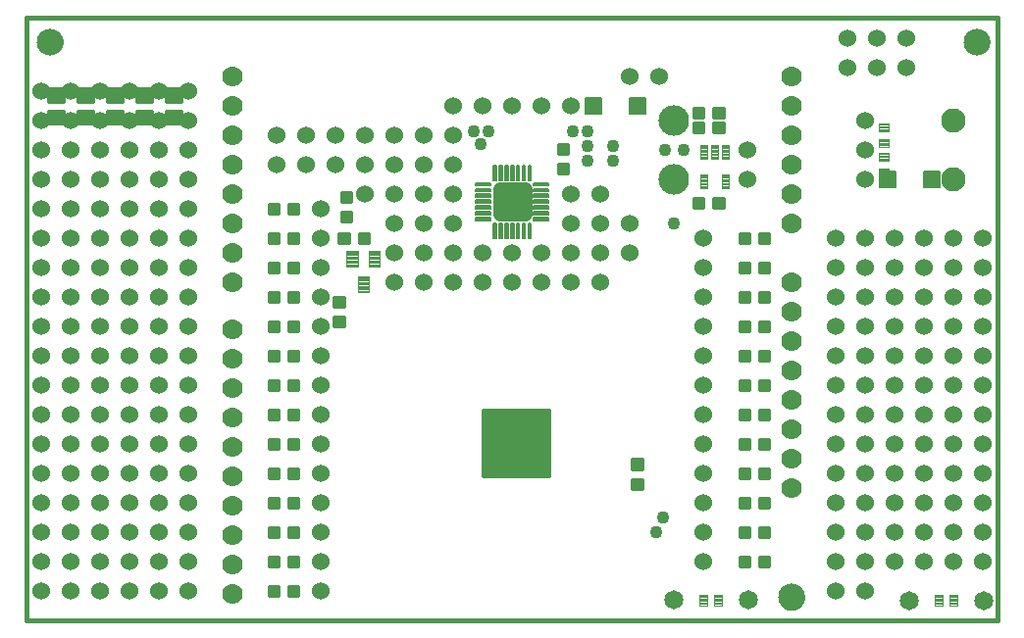
<source format=gbs>
G75*
%MOMM*%
%OFA0B0*%
%FSLAX33Y33*%
%IPPOS*%
%LPD*%
%AMOC8*
5,1,8,0,0,1.08239X$1,22.5*
%
%ADD10C,0.406*%
%ADD11C,0.000*%
%ADD12C,2.302*%
%ADD13C,0.254*%
%ADD14C,0.330*%
%ADD15C,1.524*%
%ADD16C,0.110*%
%ADD17C,0.118*%
%ADD18C,1.778*%
%ADD19C,2.102*%
%ADD20C,0.150*%
%ADD21C,0.120*%
%ADD22C,0.420*%
%ADD23C,2.642*%
%ADD24C,0.144*%
%ADD25C,1.089*%
%ADD26C,1.642*%
%ADD27C,1.102*%
%ADD28C,1.502*%
D10*
X10601Y44154D02*
X10601Y96214D01*
X94421Y96224D01*
X94421Y44154D01*
X10601Y44154D01*
D11*
X11501Y94154D02*
X11503Y94220D01*
X11509Y94285D01*
X11519Y94350D01*
X11532Y94415D01*
X11550Y94478D01*
X11571Y94541D01*
X11596Y94601D01*
X11625Y94661D01*
X11657Y94718D01*
X11692Y94774D01*
X11731Y94827D01*
X11773Y94878D01*
X11817Y94926D01*
X11865Y94971D01*
X11915Y95014D01*
X11968Y95053D01*
X12023Y95090D01*
X12080Y95123D01*
X12139Y95152D01*
X12199Y95178D01*
X12261Y95200D01*
X12324Y95219D01*
X12388Y95233D01*
X12453Y95244D01*
X12519Y95251D01*
X12585Y95254D01*
X12650Y95253D01*
X12716Y95248D01*
X12781Y95239D01*
X12846Y95226D01*
X12909Y95210D01*
X12972Y95190D01*
X13033Y95165D01*
X13093Y95138D01*
X13151Y95107D01*
X13207Y95072D01*
X13261Y95034D01*
X13312Y94993D01*
X13361Y94949D01*
X13407Y94902D01*
X13451Y94853D01*
X13491Y94801D01*
X13528Y94746D01*
X13562Y94690D01*
X13592Y94631D01*
X13619Y94571D01*
X13642Y94510D01*
X13661Y94447D01*
X13677Y94383D01*
X13689Y94318D01*
X13697Y94253D01*
X13701Y94187D01*
X13701Y94121D01*
X13697Y94055D01*
X13689Y93990D01*
X13677Y93925D01*
X13661Y93861D01*
X13642Y93798D01*
X13619Y93737D01*
X13592Y93677D01*
X13562Y93618D01*
X13528Y93562D01*
X13491Y93507D01*
X13451Y93455D01*
X13407Y93406D01*
X13361Y93359D01*
X13312Y93315D01*
X13261Y93274D01*
X13207Y93236D01*
X13151Y93201D01*
X13093Y93170D01*
X13033Y93143D01*
X12972Y93118D01*
X12909Y93098D01*
X12846Y93082D01*
X12781Y93069D01*
X12716Y93060D01*
X12650Y93055D01*
X12585Y93054D01*
X12519Y93057D01*
X12453Y93064D01*
X12388Y93075D01*
X12324Y93089D01*
X12261Y93108D01*
X12199Y93130D01*
X12139Y93156D01*
X12080Y93185D01*
X12023Y93218D01*
X11968Y93255D01*
X11915Y93294D01*
X11865Y93337D01*
X11817Y93382D01*
X11773Y93430D01*
X11731Y93481D01*
X11692Y93534D01*
X11657Y93590D01*
X11625Y93647D01*
X11596Y93707D01*
X11571Y93767D01*
X11550Y93830D01*
X11532Y93893D01*
X11519Y93958D01*
X11509Y94023D01*
X11503Y94088D01*
X11501Y94154D01*
X75501Y46154D02*
X75503Y46220D01*
X75509Y46285D01*
X75519Y46350D01*
X75532Y46415D01*
X75550Y46478D01*
X75571Y46541D01*
X75596Y46601D01*
X75625Y46661D01*
X75657Y46718D01*
X75692Y46774D01*
X75731Y46827D01*
X75773Y46878D01*
X75817Y46926D01*
X75865Y46971D01*
X75915Y47014D01*
X75968Y47053D01*
X76023Y47090D01*
X76080Y47123D01*
X76139Y47152D01*
X76199Y47178D01*
X76261Y47200D01*
X76324Y47219D01*
X76388Y47233D01*
X76453Y47244D01*
X76519Y47251D01*
X76585Y47254D01*
X76650Y47253D01*
X76716Y47248D01*
X76781Y47239D01*
X76846Y47226D01*
X76909Y47210D01*
X76972Y47190D01*
X77033Y47165D01*
X77093Y47138D01*
X77151Y47107D01*
X77207Y47072D01*
X77261Y47034D01*
X77312Y46993D01*
X77361Y46949D01*
X77407Y46902D01*
X77451Y46853D01*
X77491Y46801D01*
X77528Y46746D01*
X77562Y46690D01*
X77592Y46631D01*
X77619Y46571D01*
X77642Y46510D01*
X77661Y46447D01*
X77677Y46383D01*
X77689Y46318D01*
X77697Y46253D01*
X77701Y46187D01*
X77701Y46121D01*
X77697Y46055D01*
X77689Y45990D01*
X77677Y45925D01*
X77661Y45861D01*
X77642Y45798D01*
X77619Y45737D01*
X77592Y45677D01*
X77562Y45618D01*
X77528Y45562D01*
X77491Y45507D01*
X77451Y45455D01*
X77407Y45406D01*
X77361Y45359D01*
X77312Y45315D01*
X77261Y45274D01*
X77207Y45236D01*
X77151Y45201D01*
X77093Y45170D01*
X77033Y45143D01*
X76972Y45118D01*
X76909Y45098D01*
X76846Y45082D01*
X76781Y45069D01*
X76716Y45060D01*
X76650Y45055D01*
X76585Y45054D01*
X76519Y45057D01*
X76453Y45064D01*
X76388Y45075D01*
X76324Y45089D01*
X76261Y45108D01*
X76199Y45130D01*
X76139Y45156D01*
X76080Y45185D01*
X76023Y45218D01*
X75968Y45255D01*
X75915Y45294D01*
X75865Y45337D01*
X75817Y45382D01*
X75773Y45430D01*
X75731Y45481D01*
X75692Y45534D01*
X75657Y45590D01*
X75625Y45647D01*
X75596Y45707D01*
X75571Y45767D01*
X75550Y45830D01*
X75532Y45893D01*
X75519Y45958D01*
X75509Y46023D01*
X75503Y46088D01*
X75501Y46154D01*
X91501Y94154D02*
X91503Y94220D01*
X91509Y94285D01*
X91519Y94350D01*
X91532Y94415D01*
X91550Y94478D01*
X91571Y94541D01*
X91596Y94601D01*
X91625Y94661D01*
X91657Y94718D01*
X91692Y94774D01*
X91731Y94827D01*
X91773Y94878D01*
X91817Y94926D01*
X91865Y94971D01*
X91915Y95014D01*
X91968Y95053D01*
X92023Y95090D01*
X92080Y95123D01*
X92139Y95152D01*
X92199Y95178D01*
X92261Y95200D01*
X92324Y95219D01*
X92388Y95233D01*
X92453Y95244D01*
X92519Y95251D01*
X92585Y95254D01*
X92650Y95253D01*
X92716Y95248D01*
X92781Y95239D01*
X92846Y95226D01*
X92909Y95210D01*
X92972Y95190D01*
X93033Y95165D01*
X93093Y95138D01*
X93151Y95107D01*
X93207Y95072D01*
X93261Y95034D01*
X93312Y94993D01*
X93361Y94949D01*
X93407Y94902D01*
X93451Y94853D01*
X93491Y94801D01*
X93528Y94746D01*
X93562Y94690D01*
X93592Y94631D01*
X93619Y94571D01*
X93642Y94510D01*
X93661Y94447D01*
X93677Y94383D01*
X93689Y94318D01*
X93697Y94253D01*
X93701Y94187D01*
X93701Y94121D01*
X93697Y94055D01*
X93689Y93990D01*
X93677Y93925D01*
X93661Y93861D01*
X93642Y93798D01*
X93619Y93737D01*
X93592Y93677D01*
X93562Y93618D01*
X93528Y93562D01*
X93491Y93507D01*
X93451Y93455D01*
X93407Y93406D01*
X93361Y93359D01*
X93312Y93315D01*
X93261Y93274D01*
X93207Y93236D01*
X93151Y93201D01*
X93093Y93170D01*
X93033Y93143D01*
X92972Y93118D01*
X92909Y93098D01*
X92846Y93082D01*
X92781Y93069D01*
X92716Y93060D01*
X92650Y93055D01*
X92585Y93054D01*
X92519Y93057D01*
X92453Y93064D01*
X92388Y93075D01*
X92324Y93089D01*
X92261Y93108D01*
X92199Y93130D01*
X92139Y93156D01*
X92080Y93185D01*
X92023Y93218D01*
X91968Y93255D01*
X91915Y93294D01*
X91865Y93337D01*
X91817Y93382D01*
X91773Y93430D01*
X91731Y93481D01*
X91692Y93534D01*
X91657Y93590D01*
X91625Y93647D01*
X91596Y93707D01*
X91571Y93767D01*
X91550Y93830D01*
X91532Y93893D01*
X91519Y93958D01*
X91509Y94023D01*
X91503Y94088D01*
X91501Y94154D01*
D12*
X92601Y94154D03*
X76601Y46154D03*
X12601Y94154D03*
D13*
X49971Y62331D02*
X55686Y62331D01*
X55686Y56616D01*
X49971Y56616D01*
X49971Y62331D01*
X49971Y62081D02*
X55686Y62081D01*
X55686Y61829D02*
X49971Y61829D01*
X49971Y61576D02*
X55686Y61576D01*
X55686Y61324D02*
X49971Y61324D01*
X49971Y61071D02*
X55686Y61071D01*
X55686Y60819D02*
X49971Y60819D01*
X49971Y60566D02*
X55686Y60566D01*
X55686Y60314D02*
X49971Y60314D01*
X49971Y60061D02*
X55686Y60061D01*
X55686Y59809D02*
X49971Y59809D01*
X49971Y59556D02*
X55686Y59556D01*
X55686Y59304D02*
X49971Y59304D01*
X49971Y59051D02*
X55686Y59051D01*
X55686Y58799D02*
X49971Y58799D01*
X49971Y58546D02*
X55686Y58546D01*
X55686Y58294D02*
X49971Y58294D01*
X49971Y58041D02*
X55686Y58041D01*
X55686Y57789D02*
X49971Y57789D01*
X49971Y57536D02*
X55686Y57536D01*
X55686Y57284D02*
X49971Y57284D01*
X49971Y57031D02*
X55686Y57031D01*
X55686Y56779D02*
X49971Y56779D01*
D14*
X63707Y57235D02*
X63707Y58007D01*
X63707Y57235D02*
X62935Y57235D01*
X62935Y58007D01*
X63707Y58007D01*
X63707Y57564D02*
X62935Y57564D01*
X62935Y57893D02*
X63707Y57893D01*
X63707Y56307D02*
X63707Y55535D01*
X62935Y55535D01*
X62935Y56307D01*
X63707Y56307D01*
X63707Y55864D02*
X62935Y55864D01*
X62935Y56193D02*
X63707Y56193D01*
X72230Y57240D02*
X73002Y57240D01*
X73002Y56468D01*
X72230Y56468D01*
X72230Y57240D01*
X72230Y56797D02*
X73002Y56797D01*
X73002Y57126D02*
X72230Y57126D01*
X73930Y57240D02*
X74702Y57240D01*
X74702Y56468D01*
X73930Y56468D01*
X73930Y57240D01*
X73930Y56797D02*
X74702Y56797D01*
X74702Y57126D02*
X73930Y57126D01*
X73930Y54700D02*
X74702Y54700D01*
X74702Y53928D01*
X73930Y53928D01*
X73930Y54700D01*
X73930Y54257D02*
X74702Y54257D01*
X74702Y54586D02*
X73930Y54586D01*
X73002Y54700D02*
X72230Y54700D01*
X73002Y54700D02*
X73002Y53928D01*
X72230Y53928D01*
X72230Y54700D01*
X72230Y54257D02*
X73002Y54257D01*
X73002Y54586D02*
X72230Y54586D01*
X72230Y52160D02*
X73002Y52160D01*
X73002Y51388D01*
X72230Y51388D01*
X72230Y52160D01*
X72230Y51717D02*
X73002Y51717D01*
X73002Y52046D02*
X72230Y52046D01*
X73930Y52160D02*
X74702Y52160D01*
X74702Y51388D01*
X73930Y51388D01*
X73930Y52160D01*
X73930Y51717D02*
X74702Y51717D01*
X74702Y52046D02*
X73930Y52046D01*
X73930Y49620D02*
X74702Y49620D01*
X74702Y48848D01*
X73930Y48848D01*
X73930Y49620D01*
X73930Y49177D02*
X74702Y49177D01*
X74702Y49506D02*
X73930Y49506D01*
X73002Y49620D02*
X72230Y49620D01*
X73002Y49620D02*
X73002Y48848D01*
X72230Y48848D01*
X72230Y49620D01*
X72230Y49177D02*
X73002Y49177D01*
X73002Y49506D02*
X72230Y49506D01*
X72230Y59780D02*
X73002Y59780D01*
X73002Y59008D01*
X72230Y59008D01*
X72230Y59780D01*
X72230Y59337D02*
X73002Y59337D01*
X73002Y59666D02*
X72230Y59666D01*
X73930Y59780D02*
X74702Y59780D01*
X74702Y59008D01*
X73930Y59008D01*
X73930Y59780D01*
X73930Y59337D02*
X74702Y59337D01*
X74702Y59666D02*
X73930Y59666D01*
X73930Y62320D02*
X74702Y62320D01*
X74702Y61548D01*
X73930Y61548D01*
X73930Y62320D01*
X73930Y61877D02*
X74702Y61877D01*
X74702Y62206D02*
X73930Y62206D01*
X73002Y62320D02*
X72230Y62320D01*
X73002Y62320D02*
X73002Y61548D01*
X72230Y61548D01*
X72230Y62320D01*
X72230Y61877D02*
X73002Y61877D01*
X73002Y62206D02*
X72230Y62206D01*
X72230Y64860D02*
X73002Y64860D01*
X73002Y64088D01*
X72230Y64088D01*
X72230Y64860D01*
X72230Y64417D02*
X73002Y64417D01*
X73002Y64746D02*
X72230Y64746D01*
X73930Y64860D02*
X74702Y64860D01*
X74702Y64088D01*
X73930Y64088D01*
X73930Y64860D01*
X73930Y64417D02*
X74702Y64417D01*
X74702Y64746D02*
X73930Y64746D01*
X73930Y67400D02*
X74702Y67400D01*
X74702Y66628D01*
X73930Y66628D01*
X73930Y67400D01*
X73930Y66957D02*
X74702Y66957D01*
X74702Y67286D02*
X73930Y67286D01*
X73002Y67400D02*
X72230Y67400D01*
X73002Y67400D02*
X73002Y66628D01*
X72230Y66628D01*
X72230Y67400D01*
X72230Y66957D02*
X73002Y66957D01*
X73002Y67286D02*
X72230Y67286D01*
X72230Y69940D02*
X73002Y69940D01*
X73002Y69168D01*
X72230Y69168D01*
X72230Y69940D01*
X72230Y69497D02*
X73002Y69497D01*
X73002Y69826D02*
X72230Y69826D01*
X73930Y69940D02*
X74702Y69940D01*
X74702Y69168D01*
X73930Y69168D01*
X73930Y69940D01*
X73930Y69497D02*
X74702Y69497D01*
X74702Y69826D02*
X73930Y69826D01*
X73930Y72480D02*
X74702Y72480D01*
X74702Y71708D01*
X73930Y71708D01*
X73930Y72480D01*
X73930Y72037D02*
X74702Y72037D01*
X74702Y72366D02*
X73930Y72366D01*
X73002Y72480D02*
X72230Y72480D01*
X73002Y72480D02*
X73002Y71708D01*
X72230Y71708D01*
X72230Y72480D01*
X72230Y72037D02*
X73002Y72037D01*
X73002Y72366D02*
X72230Y72366D01*
X72230Y75020D02*
X73002Y75020D01*
X73002Y74248D01*
X72230Y74248D01*
X72230Y75020D01*
X72230Y74577D02*
X73002Y74577D01*
X73002Y74906D02*
X72230Y74906D01*
X73930Y75020D02*
X74702Y75020D01*
X74702Y74248D01*
X73930Y74248D01*
X73930Y75020D01*
X73930Y74577D02*
X74702Y74577D01*
X74702Y74906D02*
X73930Y74906D01*
X73930Y77560D02*
X74702Y77560D01*
X74702Y76788D01*
X73930Y76788D01*
X73930Y77560D01*
X73930Y77117D02*
X74702Y77117D01*
X74702Y77446D02*
X73930Y77446D01*
X73002Y77560D02*
X72230Y77560D01*
X73002Y77560D02*
X73002Y76788D01*
X72230Y76788D01*
X72230Y77560D01*
X72230Y77117D02*
X73002Y77117D01*
X73002Y77446D02*
X72230Y77446D01*
X70734Y79804D02*
X69962Y79804D01*
X69962Y80576D01*
X70734Y80576D01*
X70734Y79804D01*
X70734Y80133D02*
X69962Y80133D01*
X69962Y80462D02*
X70734Y80462D01*
X69034Y79804D02*
X68262Y79804D01*
X68262Y80576D01*
X69034Y80576D01*
X69034Y79804D01*
X69034Y80133D02*
X68262Y80133D01*
X68262Y80462D02*
X69034Y80462D01*
X69034Y86313D02*
X68262Y86313D01*
X68262Y87085D01*
X69034Y87085D01*
X69034Y86313D01*
X69034Y86642D02*
X68262Y86642D01*
X68262Y86971D02*
X69034Y86971D01*
X69034Y87583D02*
X68262Y87583D01*
X68262Y88355D01*
X69034Y88355D01*
X69034Y87583D01*
X69034Y87912D02*
X68262Y87912D01*
X68262Y88241D02*
X69034Y88241D01*
X69962Y87583D02*
X70734Y87583D01*
X69962Y87583D02*
X69962Y88355D01*
X70734Y88355D01*
X70734Y87583D01*
X70734Y87912D02*
X69962Y87912D01*
X69962Y88241D02*
X70734Y88241D01*
X70734Y86313D02*
X69962Y86313D01*
X69962Y87085D01*
X70734Y87085D01*
X70734Y86313D01*
X70734Y86642D02*
X69962Y86642D01*
X69962Y86971D02*
X70734Y86971D01*
X57342Y85236D02*
X57342Y84464D01*
X56570Y84464D01*
X56570Y85236D01*
X57342Y85236D01*
X57342Y84793D02*
X56570Y84793D01*
X56570Y85122D02*
X57342Y85122D01*
X57342Y83536D02*
X57342Y82764D01*
X56570Y82764D01*
X56570Y83536D01*
X57342Y83536D01*
X57342Y83093D02*
X56570Y83093D01*
X56570Y83422D02*
X57342Y83422D01*
X40095Y77560D02*
X39323Y77560D01*
X40095Y77560D02*
X40095Y76788D01*
X39323Y76788D01*
X39323Y77560D01*
X39323Y77117D02*
X40095Y77117D01*
X40095Y77446D02*
X39323Y77446D01*
X38395Y77560D02*
X37623Y77560D01*
X38395Y77560D02*
X38395Y76788D01*
X37623Y76788D01*
X37623Y77560D01*
X37623Y77117D02*
X38395Y77117D01*
X38395Y77446D02*
X37623Y77446D01*
X37838Y78636D02*
X37838Y79408D01*
X38610Y79408D01*
X38610Y78636D01*
X37838Y78636D01*
X37838Y78965D02*
X38610Y78965D01*
X38610Y79294D02*
X37838Y79294D01*
X37838Y80336D02*
X37838Y81108D01*
X38610Y81108D01*
X38610Y80336D01*
X37838Y80336D01*
X37838Y80665D02*
X38610Y80665D01*
X38610Y80994D02*
X37838Y80994D01*
X34062Y79328D02*
X33290Y79328D01*
X33290Y80100D01*
X34062Y80100D01*
X34062Y79328D01*
X34062Y79657D02*
X33290Y79657D01*
X33290Y79986D02*
X34062Y79986D01*
X32362Y79328D02*
X31590Y79328D01*
X31590Y80100D01*
X32362Y80100D01*
X32362Y79328D01*
X32362Y79657D02*
X31590Y79657D01*
X31590Y79986D02*
X32362Y79986D01*
X32362Y76788D02*
X31590Y76788D01*
X31590Y77560D01*
X32362Y77560D01*
X32362Y76788D01*
X32362Y77117D02*
X31590Y77117D01*
X31590Y77446D02*
X32362Y77446D01*
X33290Y76788D02*
X34062Y76788D01*
X33290Y76788D02*
X33290Y77560D01*
X34062Y77560D01*
X34062Y76788D01*
X34062Y77117D02*
X33290Y77117D01*
X33290Y77446D02*
X34062Y77446D01*
X34062Y74248D02*
X33290Y74248D01*
X33290Y75020D01*
X34062Y75020D01*
X34062Y74248D01*
X34062Y74577D02*
X33290Y74577D01*
X33290Y74906D02*
X34062Y74906D01*
X32362Y74248D02*
X31590Y74248D01*
X31590Y75020D01*
X32362Y75020D01*
X32362Y74248D01*
X32362Y74577D02*
X31590Y74577D01*
X31590Y74906D02*
X32362Y74906D01*
X32362Y71708D02*
X31590Y71708D01*
X31590Y72480D01*
X32362Y72480D01*
X32362Y71708D01*
X32362Y72037D02*
X31590Y72037D01*
X31590Y72366D02*
X32362Y72366D01*
X33290Y71708D02*
X34062Y71708D01*
X33290Y71708D02*
X33290Y72480D01*
X34062Y72480D01*
X34062Y71708D01*
X34062Y72037D02*
X33290Y72037D01*
X33290Y72366D02*
X34062Y72366D01*
X34062Y69168D02*
X33290Y69168D01*
X33290Y69940D01*
X34062Y69940D01*
X34062Y69168D01*
X34062Y69497D02*
X33290Y69497D01*
X33290Y69826D02*
X34062Y69826D01*
X32362Y69168D02*
X31590Y69168D01*
X31590Y69940D01*
X32362Y69940D01*
X32362Y69168D01*
X32362Y69497D02*
X31590Y69497D01*
X31590Y69826D02*
X32362Y69826D01*
X32362Y66628D02*
X31590Y66628D01*
X31590Y67400D01*
X32362Y67400D01*
X32362Y66628D01*
X32362Y66957D02*
X31590Y66957D01*
X31590Y67286D02*
X32362Y67286D01*
X33290Y66628D02*
X34062Y66628D01*
X33290Y66628D02*
X33290Y67400D01*
X34062Y67400D01*
X34062Y66628D01*
X34062Y66957D02*
X33290Y66957D01*
X33290Y67286D02*
X34062Y67286D01*
X34062Y64088D02*
X33290Y64088D01*
X33290Y64860D01*
X34062Y64860D01*
X34062Y64088D01*
X34062Y64417D02*
X33290Y64417D01*
X33290Y64746D02*
X34062Y64746D01*
X32362Y64088D02*
X31590Y64088D01*
X31590Y64860D01*
X32362Y64860D01*
X32362Y64088D01*
X32362Y64417D02*
X31590Y64417D01*
X31590Y64746D02*
X32362Y64746D01*
X32362Y61548D02*
X31590Y61548D01*
X31590Y62320D01*
X32362Y62320D01*
X32362Y61548D01*
X32362Y61877D02*
X31590Y61877D01*
X31590Y62206D02*
X32362Y62206D01*
X33290Y61548D02*
X34062Y61548D01*
X33290Y61548D02*
X33290Y62320D01*
X34062Y62320D01*
X34062Y61548D01*
X34062Y61877D02*
X33290Y61877D01*
X33290Y62206D02*
X34062Y62206D01*
X34062Y59008D02*
X33290Y59008D01*
X33290Y59780D01*
X34062Y59780D01*
X34062Y59008D01*
X34062Y59337D02*
X33290Y59337D01*
X33290Y59666D02*
X34062Y59666D01*
X32362Y59008D02*
X31590Y59008D01*
X31590Y59780D01*
X32362Y59780D01*
X32362Y59008D01*
X32362Y59337D02*
X31590Y59337D01*
X31590Y59666D02*
X32362Y59666D01*
X32362Y56468D02*
X31590Y56468D01*
X31590Y57240D01*
X32362Y57240D01*
X32362Y56468D01*
X32362Y56797D02*
X31590Y56797D01*
X31590Y57126D02*
X32362Y57126D01*
X33290Y56468D02*
X34062Y56468D01*
X33290Y56468D02*
X33290Y57240D01*
X34062Y57240D01*
X34062Y56468D01*
X34062Y56797D02*
X33290Y56797D01*
X33290Y57126D02*
X34062Y57126D01*
X34062Y53928D02*
X33290Y53928D01*
X33290Y54700D01*
X34062Y54700D01*
X34062Y53928D01*
X34062Y54257D02*
X33290Y54257D01*
X33290Y54586D02*
X34062Y54586D01*
X32362Y53928D02*
X31590Y53928D01*
X31590Y54700D01*
X32362Y54700D01*
X32362Y53928D01*
X32362Y54257D02*
X31590Y54257D01*
X31590Y54586D02*
X32362Y54586D01*
X32362Y51388D02*
X31590Y51388D01*
X31590Y52160D01*
X32362Y52160D01*
X32362Y51388D01*
X32362Y51717D02*
X31590Y51717D01*
X31590Y52046D02*
X32362Y52046D01*
X33290Y51388D02*
X34062Y51388D01*
X33290Y51388D02*
X33290Y52160D01*
X34062Y52160D01*
X34062Y51388D01*
X34062Y51717D02*
X33290Y51717D01*
X33290Y52046D02*
X34062Y52046D01*
X34062Y48848D02*
X33290Y48848D01*
X33290Y49620D01*
X34062Y49620D01*
X34062Y48848D01*
X34062Y49177D02*
X33290Y49177D01*
X33290Y49506D02*
X34062Y49506D01*
X32362Y48848D02*
X31590Y48848D01*
X31590Y49620D01*
X32362Y49620D01*
X32362Y48848D01*
X32362Y49177D02*
X31590Y49177D01*
X31590Y49506D02*
X32362Y49506D01*
X32362Y46308D02*
X31590Y46308D01*
X31590Y47080D01*
X32362Y47080D01*
X32362Y46308D01*
X32362Y46637D02*
X31590Y46637D01*
X31590Y46966D02*
X32362Y46966D01*
X33290Y46308D02*
X34062Y46308D01*
X33290Y46308D02*
X33290Y47080D01*
X34062Y47080D01*
X34062Y46308D01*
X34062Y46637D02*
X33290Y46637D01*
X33290Y46966D02*
X34062Y46966D01*
X37203Y69588D02*
X37203Y70360D01*
X37975Y70360D01*
X37975Y69588D01*
X37203Y69588D01*
X37203Y69917D02*
X37975Y69917D01*
X37975Y70246D02*
X37203Y70246D01*
X37203Y71288D02*
X37203Y72060D01*
X37975Y72060D01*
X37975Y71288D01*
X37203Y71288D01*
X37203Y71617D02*
X37975Y71617D01*
X37975Y71946D02*
X37203Y71946D01*
D15*
X36001Y72094D03*
X36001Y69554D03*
X36001Y67014D03*
X36001Y64474D03*
X36001Y61934D03*
X36001Y59394D03*
X36001Y56854D03*
X36001Y54314D03*
X36001Y51774D03*
X36001Y49234D03*
X36001Y46694D03*
X24571Y46694D03*
X22031Y46694D03*
X19491Y46694D03*
X16951Y46694D03*
X14411Y46694D03*
X11871Y46694D03*
X11871Y49234D03*
X11871Y51774D03*
X14411Y51774D03*
X14411Y49234D03*
X16951Y49234D03*
X16951Y51774D03*
X16951Y54314D03*
X14411Y54314D03*
X11871Y54314D03*
X11871Y56854D03*
X14411Y56854D03*
X16951Y56854D03*
X16951Y59394D03*
X14411Y59394D03*
X11871Y59394D03*
X11871Y61934D03*
X14411Y61934D03*
X16951Y61934D03*
X16951Y64474D03*
X14411Y64474D03*
X11871Y64474D03*
X11871Y67014D03*
X14411Y67014D03*
X16951Y67014D03*
X16951Y69554D03*
X14411Y69554D03*
X11871Y69554D03*
X11871Y72094D03*
X14411Y72094D03*
X16951Y72094D03*
X16951Y74634D03*
X14411Y74634D03*
X11871Y74634D03*
X11871Y77174D03*
X14411Y77174D03*
X16951Y77174D03*
X16951Y79714D03*
X14411Y79714D03*
X11871Y79714D03*
X11871Y82254D03*
X14411Y82254D03*
X16951Y82254D03*
X16951Y84794D03*
X14411Y84794D03*
X11871Y84794D03*
X11871Y87334D03*
X14411Y87334D03*
X16951Y87334D03*
X16951Y89874D03*
X14411Y89874D03*
X11871Y89874D03*
X19491Y89874D03*
X22031Y89874D03*
X24571Y89874D03*
X24571Y87334D03*
X22031Y87334D03*
X19491Y87334D03*
X19491Y84794D03*
X22031Y84794D03*
X24571Y84794D03*
X24571Y82254D03*
X22031Y82254D03*
X19491Y82254D03*
X19491Y79714D03*
X22031Y79714D03*
X24571Y79714D03*
X24571Y77174D03*
X22031Y77174D03*
X19491Y77174D03*
X19491Y74634D03*
X22031Y74634D03*
X24571Y74634D03*
X24571Y72094D03*
X22031Y72094D03*
X19491Y72094D03*
X19491Y69554D03*
X22031Y69554D03*
X24571Y69554D03*
X24571Y67014D03*
X22031Y67014D03*
X19491Y67014D03*
X19491Y64474D03*
X22031Y64474D03*
X24571Y64474D03*
X24571Y61934D03*
X22031Y61934D03*
X19491Y61934D03*
X19491Y59394D03*
X22031Y59394D03*
X24571Y59394D03*
X24571Y56854D03*
X22031Y56854D03*
X19491Y56854D03*
X19491Y54314D03*
X22031Y54314D03*
X24571Y54314D03*
X24571Y51774D03*
X22031Y51774D03*
X19491Y51774D03*
X19491Y49234D03*
X22031Y49234D03*
X24571Y49234D03*
X42351Y73364D03*
X44891Y73364D03*
X44891Y75904D03*
X42351Y75904D03*
X42351Y78444D03*
X44891Y78444D03*
X44891Y80984D03*
X42351Y80984D03*
X39811Y80984D03*
X39811Y83524D03*
X42351Y83524D03*
X44891Y83524D03*
X44891Y86064D03*
X42351Y86064D03*
X39811Y86064D03*
X37271Y86064D03*
X34731Y86064D03*
X32191Y86064D03*
X32191Y83524D03*
X34731Y83524D03*
X37271Y83524D03*
X36001Y79714D03*
X36001Y77174D03*
X36001Y74634D03*
X47431Y75904D03*
X47431Y78444D03*
X49971Y75904D03*
X52511Y75904D03*
X52511Y73364D03*
X49971Y73364D03*
X47431Y73364D03*
X55051Y73364D03*
X57591Y73364D03*
X60131Y73364D03*
X60131Y75904D03*
X57591Y75904D03*
X55051Y75904D03*
X57591Y78444D03*
X60131Y78444D03*
X60131Y80984D03*
X57591Y80984D03*
X62671Y78444D03*
X62671Y75904D03*
X69021Y77174D03*
X69021Y74634D03*
X69021Y72094D03*
X69021Y69554D03*
X69021Y67014D03*
X69021Y64474D03*
X69021Y61934D03*
X69021Y59394D03*
X69021Y56854D03*
X69021Y54314D03*
X69021Y51774D03*
X69021Y49234D03*
X80451Y49234D03*
X80451Y51774D03*
X80451Y54314D03*
X80451Y56854D03*
X80451Y59394D03*
X80451Y61934D03*
X80451Y64474D03*
X80451Y67014D03*
X80451Y69554D03*
X80451Y72094D03*
X80451Y74634D03*
X80451Y77174D03*
X82991Y77174D03*
X82991Y74634D03*
X85531Y74634D03*
X85531Y77174D03*
X88071Y77174D03*
X88071Y74634D03*
X88071Y72094D03*
X85531Y72094D03*
X82991Y72094D03*
X82991Y69554D03*
X85531Y69554D03*
X88071Y69554D03*
X88071Y67014D03*
X85531Y67014D03*
X82991Y67014D03*
X82991Y64474D03*
X85531Y64474D03*
X88071Y64474D03*
X88071Y61934D03*
X85531Y61934D03*
X82991Y61934D03*
X82991Y59394D03*
X85531Y59394D03*
X88071Y59394D03*
X88071Y56854D03*
X85531Y56854D03*
X82991Y56854D03*
X82991Y54314D03*
X85531Y54314D03*
X88071Y54314D03*
X88071Y51774D03*
X85531Y51774D03*
X82991Y51774D03*
X82991Y49234D03*
X85531Y49234D03*
X88071Y49234D03*
X90611Y49234D03*
X90611Y51774D03*
X93151Y51774D03*
X93151Y49234D03*
X93151Y54314D03*
X90611Y54314D03*
X90611Y56854D03*
X93151Y56854D03*
X93151Y59394D03*
X90611Y59394D03*
X90611Y61934D03*
X93151Y61934D03*
X93151Y64474D03*
X90611Y64474D03*
X90611Y67014D03*
X93151Y67014D03*
X93151Y69554D03*
X90611Y69554D03*
X90611Y72094D03*
X93151Y72094D03*
X93151Y74634D03*
X90611Y74634D03*
X90611Y77174D03*
X93151Y77174D03*
X82991Y82254D03*
X82991Y84794D03*
X82991Y87334D03*
X83944Y91937D03*
X86484Y91937D03*
X86484Y94477D03*
X83944Y94477D03*
X81404Y94477D03*
X81404Y91937D03*
X72831Y84794D03*
X72831Y82254D03*
X65211Y91144D03*
X62671Y91144D03*
X57591Y88604D03*
X55051Y88604D03*
X52511Y88604D03*
X49971Y88604D03*
X47431Y88604D03*
X47431Y86064D03*
X47431Y83524D03*
X47431Y80984D03*
X80451Y46694D03*
X82991Y46694D03*
D16*
X41099Y74720D02*
X40107Y74720D01*
X40107Y76112D01*
X41099Y76112D01*
X41099Y74720D01*
X41099Y74829D02*
X40107Y74829D01*
X40107Y74938D02*
X41099Y74938D01*
X41099Y75047D02*
X40107Y75047D01*
X40107Y75156D02*
X41099Y75156D01*
X41099Y75265D02*
X40107Y75265D01*
X40107Y75374D02*
X41099Y75374D01*
X41099Y75483D02*
X40107Y75483D01*
X40107Y75592D02*
X41099Y75592D01*
X41099Y75701D02*
X40107Y75701D01*
X40107Y75810D02*
X41099Y75810D01*
X41099Y75919D02*
X40107Y75919D01*
X40107Y76028D02*
X41099Y76028D01*
X39199Y74720D02*
X38207Y74720D01*
X38207Y76112D01*
X39199Y76112D01*
X39199Y74720D01*
X39199Y74829D02*
X38207Y74829D01*
X38207Y74938D02*
X39199Y74938D01*
X39199Y75047D02*
X38207Y75047D01*
X38207Y75156D02*
X39199Y75156D01*
X39199Y75265D02*
X38207Y75265D01*
X38207Y75374D02*
X39199Y75374D01*
X39199Y75483D02*
X38207Y75483D01*
X38207Y75592D02*
X39199Y75592D01*
X39199Y75701D02*
X38207Y75701D01*
X38207Y75810D02*
X39199Y75810D01*
X39199Y75919D02*
X38207Y75919D01*
X38207Y76028D02*
X39199Y76028D01*
X39157Y72520D02*
X40149Y72520D01*
X39157Y72520D02*
X39157Y73912D01*
X40149Y73912D01*
X40149Y72520D01*
X40149Y72629D02*
X39157Y72629D01*
X39157Y72738D02*
X40149Y72738D01*
X40149Y72847D02*
X39157Y72847D01*
X39157Y72956D02*
X40149Y72956D01*
X40149Y73065D02*
X39157Y73065D01*
X39157Y73174D02*
X40149Y73174D01*
X40149Y73283D02*
X39157Y73283D01*
X39157Y73392D02*
X40149Y73392D01*
X40149Y73501D02*
X39157Y73501D01*
X39157Y73610D02*
X40149Y73610D01*
X40149Y73719D02*
X39157Y73719D01*
X39157Y73828D02*
X40149Y73828D01*
D17*
X69333Y81468D02*
X69333Y82722D01*
X69333Y81468D02*
X68715Y81468D01*
X68715Y82722D01*
X69333Y82722D01*
X69333Y81585D02*
X68715Y81585D01*
X68715Y81702D02*
X69333Y81702D01*
X69333Y81819D02*
X68715Y81819D01*
X68715Y81936D02*
X69333Y81936D01*
X69333Y82053D02*
X68715Y82053D01*
X68715Y82170D02*
X69333Y82170D01*
X69333Y82287D02*
X68715Y82287D01*
X68715Y82404D02*
X69333Y82404D01*
X69333Y82521D02*
X68715Y82521D01*
X68715Y82638D02*
X69333Y82638D01*
X71233Y82722D02*
X71233Y81468D01*
X70615Y81468D01*
X70615Y82722D01*
X71233Y82722D01*
X71233Y81585D02*
X70615Y81585D01*
X70615Y81702D02*
X71233Y81702D01*
X71233Y81819D02*
X70615Y81819D01*
X70615Y81936D02*
X71233Y81936D01*
X71233Y82053D02*
X70615Y82053D01*
X70615Y82170D02*
X71233Y82170D01*
X71233Y82287D02*
X70615Y82287D01*
X70615Y82404D02*
X71233Y82404D01*
X71233Y82521D02*
X70615Y82521D01*
X70615Y82638D02*
X71233Y82638D01*
X70615Y84008D02*
X70615Y85262D01*
X71233Y85262D01*
X71233Y84008D01*
X70615Y84008D01*
X70615Y84125D02*
X71233Y84125D01*
X71233Y84242D02*
X70615Y84242D01*
X70615Y84359D02*
X71233Y84359D01*
X71233Y84476D02*
X70615Y84476D01*
X70615Y84593D02*
X71233Y84593D01*
X71233Y84710D02*
X70615Y84710D01*
X70615Y84827D02*
X71233Y84827D01*
X71233Y84944D02*
X70615Y84944D01*
X70615Y85061D02*
X71233Y85061D01*
X71233Y85178D02*
X70615Y85178D01*
X69665Y85262D02*
X69665Y84008D01*
X69665Y85262D02*
X70283Y85262D01*
X70283Y84008D01*
X69665Y84008D01*
X69665Y84125D02*
X70283Y84125D01*
X70283Y84242D02*
X69665Y84242D01*
X69665Y84359D02*
X70283Y84359D01*
X70283Y84476D02*
X69665Y84476D01*
X69665Y84593D02*
X70283Y84593D01*
X70283Y84710D02*
X69665Y84710D01*
X69665Y84827D02*
X70283Y84827D01*
X70283Y84944D02*
X69665Y84944D01*
X69665Y85061D02*
X70283Y85061D01*
X70283Y85178D02*
X69665Y85178D01*
X68715Y85262D02*
X68715Y84008D01*
X68715Y85262D02*
X69333Y85262D01*
X69333Y84008D01*
X68715Y84008D01*
X68715Y84125D02*
X69333Y84125D01*
X69333Y84242D02*
X68715Y84242D01*
X68715Y84359D02*
X69333Y84359D01*
X69333Y84476D02*
X68715Y84476D01*
X68715Y84593D02*
X69333Y84593D01*
X69333Y84710D02*
X68715Y84710D01*
X68715Y84827D02*
X69333Y84827D01*
X69333Y84944D02*
X68715Y84944D01*
X68715Y85061D02*
X69333Y85061D01*
X69333Y85178D02*
X68715Y85178D01*
D18*
X76641Y86064D03*
X76641Y88604D03*
X76641Y91144D03*
X76641Y83524D03*
X76641Y80984D03*
X76641Y78444D03*
X76641Y73364D03*
X76641Y70824D03*
X76641Y68284D03*
X76641Y65744D03*
X76641Y63204D03*
X76641Y60664D03*
X76641Y58124D03*
X76641Y55584D03*
X28381Y56600D03*
X28381Y59140D03*
X28381Y61680D03*
X28381Y64220D03*
X28381Y66760D03*
X28381Y69300D03*
X28381Y73364D03*
X28381Y75904D03*
X28381Y78444D03*
X28381Y80984D03*
X28381Y83524D03*
X28381Y86064D03*
X28381Y88604D03*
X28381Y91144D03*
X28381Y54060D03*
X28381Y51520D03*
X28381Y48980D03*
X28381Y46440D03*
D19*
X90586Y82233D03*
X90586Y87313D03*
D20*
X89377Y81578D02*
X88025Y81578D01*
X88025Y82930D01*
X89377Y82930D01*
X89377Y81578D01*
X89377Y81727D02*
X88025Y81727D01*
X88025Y81876D02*
X89377Y81876D01*
X89377Y82025D02*
X88025Y82025D01*
X88025Y82174D02*
X89377Y82174D01*
X89377Y82323D02*
X88025Y82323D01*
X88025Y82472D02*
X89377Y82472D01*
X89377Y82621D02*
X88025Y82621D01*
X88025Y82770D02*
X89377Y82770D01*
X89377Y82919D02*
X88025Y82919D01*
X85577Y81578D02*
X84225Y81578D01*
X84225Y82930D01*
X85577Y82930D01*
X85577Y81578D01*
X85577Y81727D02*
X84225Y81727D01*
X84225Y81876D02*
X85577Y81876D01*
X85577Y82025D02*
X84225Y82025D01*
X84225Y82174D02*
X85577Y82174D01*
X85577Y82323D02*
X84225Y82323D01*
X84225Y82472D02*
X85577Y82472D01*
X85577Y82621D02*
X84225Y82621D01*
X84225Y82770D02*
X85577Y82770D01*
X85577Y82919D02*
X84225Y82919D01*
X63977Y89280D02*
X62625Y89280D01*
X63977Y89280D02*
X63977Y87928D01*
X62625Y87928D01*
X62625Y89280D01*
X62625Y88077D02*
X63977Y88077D01*
X63977Y88226D02*
X62625Y88226D01*
X62625Y88375D02*
X63977Y88375D01*
X63977Y88524D02*
X62625Y88524D01*
X62625Y88673D02*
X63977Y88673D01*
X63977Y88822D02*
X62625Y88822D01*
X62625Y88971D02*
X63977Y88971D01*
X63977Y89120D02*
X62625Y89120D01*
X62625Y89269D02*
X63977Y89269D01*
X60177Y89280D02*
X58825Y89280D01*
X60177Y89280D02*
X60177Y87928D01*
X58825Y87928D01*
X58825Y89280D01*
X58825Y88077D02*
X60177Y88077D01*
X60177Y88226D02*
X58825Y88226D01*
X58825Y88375D02*
X60177Y88375D01*
X60177Y88524D02*
X58825Y88524D01*
X58825Y88673D02*
X60177Y88673D01*
X60177Y88822D02*
X58825Y88822D01*
X58825Y88971D02*
X60177Y88971D01*
X60177Y89120D02*
X58825Y89120D01*
X58825Y89269D02*
X60177Y89269D01*
D21*
X84138Y87055D02*
X84138Y86373D01*
X84138Y87055D02*
X85020Y87055D01*
X85020Y86373D01*
X84138Y86373D01*
X84138Y86492D02*
X85020Y86492D01*
X85020Y86611D02*
X84138Y86611D01*
X84138Y86730D02*
X85020Y86730D01*
X85020Y86849D02*
X84138Y86849D01*
X84138Y86968D02*
X85020Y86968D01*
X84138Y85755D02*
X84138Y85073D01*
X84138Y85755D02*
X85020Y85755D01*
X85020Y85073D01*
X84138Y85073D01*
X84138Y85192D02*
X85020Y85192D01*
X85020Y85311D02*
X84138Y85311D01*
X84138Y85430D02*
X85020Y85430D01*
X85020Y85549D02*
X84138Y85549D01*
X84138Y85668D02*
X85020Y85668D01*
X85020Y84515D02*
X85020Y83833D01*
X84138Y83833D01*
X84138Y84515D01*
X85020Y84515D01*
X85020Y83952D02*
X84138Y83952D01*
X84138Y84071D02*
X85020Y84071D01*
X85020Y84190D02*
X84138Y84190D01*
X84138Y84309D02*
X85020Y84309D01*
X85020Y84428D02*
X84138Y84428D01*
X85020Y83215D02*
X85020Y82533D01*
X84138Y82533D01*
X84138Y83215D01*
X85020Y83215D01*
X85020Y82652D02*
X84138Y82652D01*
X84138Y82771D02*
X85020Y82771D01*
X85020Y82890D02*
X84138Y82890D01*
X84138Y83009D02*
X85020Y83009D01*
X85020Y83128D02*
X84138Y83128D01*
X88985Y46341D02*
X89667Y46341D01*
X89667Y45459D01*
X88985Y45459D01*
X88985Y46341D01*
X88985Y45578D02*
X89667Y45578D01*
X89667Y45697D02*
X88985Y45697D01*
X88985Y45816D02*
X89667Y45816D01*
X89667Y45935D02*
X88985Y45935D01*
X88985Y46054D02*
X89667Y46054D01*
X89667Y46173D02*
X88985Y46173D01*
X88985Y46292D02*
X89667Y46292D01*
X90285Y46341D02*
X90967Y46341D01*
X90967Y45459D01*
X90285Y45459D01*
X90285Y46341D01*
X90285Y45578D02*
X90967Y45578D01*
X90967Y45697D02*
X90285Y45697D01*
X90285Y45816D02*
X90967Y45816D01*
X90967Y45935D02*
X90285Y45935D01*
X90285Y46054D02*
X90967Y46054D01*
X90967Y46173D02*
X90285Y46173D01*
X90285Y46292D02*
X90967Y46292D01*
X70647Y45459D02*
X69965Y45459D01*
X69965Y46341D01*
X70647Y46341D01*
X70647Y45459D01*
X70647Y45578D02*
X69965Y45578D01*
X69965Y45697D02*
X70647Y45697D01*
X70647Y45816D02*
X69965Y45816D01*
X69965Y45935D02*
X70647Y45935D01*
X70647Y46054D02*
X69965Y46054D01*
X69965Y46173D02*
X70647Y46173D01*
X70647Y46292D02*
X69965Y46292D01*
X69347Y45459D02*
X68665Y45459D01*
X68665Y46341D01*
X69347Y46341D01*
X69347Y45459D01*
X69347Y45578D02*
X68665Y45578D01*
X68665Y45697D02*
X69347Y45697D01*
X69347Y45816D02*
X68665Y45816D01*
X68665Y45935D02*
X69347Y45935D01*
X69347Y46054D02*
X68665Y46054D01*
X68665Y46173D02*
X69347Y46173D01*
X69347Y46292D02*
X68665Y46292D01*
D22*
X23892Y87163D02*
X23892Y88145D01*
X23892Y87163D02*
X22710Y87163D01*
X22710Y88145D01*
X23892Y88145D01*
X23892Y87582D02*
X22710Y87582D01*
X22710Y88001D02*
X23892Y88001D01*
X23892Y89063D02*
X23892Y90045D01*
X23892Y89063D02*
X22710Y89063D01*
X22710Y90045D01*
X23892Y90045D01*
X23892Y89482D02*
X22710Y89482D01*
X22710Y89901D02*
X23892Y89901D01*
X21352Y90045D02*
X21352Y89063D01*
X20170Y89063D01*
X20170Y90045D01*
X21352Y90045D01*
X21352Y89482D02*
X20170Y89482D01*
X20170Y89901D02*
X21352Y89901D01*
X21352Y88145D02*
X21352Y87163D01*
X20170Y87163D01*
X20170Y88145D01*
X21352Y88145D01*
X21352Y87582D02*
X20170Y87582D01*
X20170Y88001D02*
X21352Y88001D01*
X18812Y88145D02*
X18812Y87163D01*
X17630Y87163D01*
X17630Y88145D01*
X18812Y88145D01*
X18812Y87582D02*
X17630Y87582D01*
X17630Y88001D02*
X18812Y88001D01*
X18812Y89063D02*
X18812Y90045D01*
X18812Y89063D02*
X17630Y89063D01*
X17630Y90045D01*
X18812Y90045D01*
X18812Y89482D02*
X17630Y89482D01*
X17630Y89901D02*
X18812Y89901D01*
X16272Y90045D02*
X16272Y89063D01*
X15090Y89063D01*
X15090Y90045D01*
X16272Y90045D01*
X16272Y89482D02*
X15090Y89482D01*
X15090Y89901D02*
X16272Y89901D01*
X16272Y88145D02*
X16272Y87163D01*
X15090Y87163D01*
X15090Y88145D01*
X16272Y88145D01*
X16272Y87582D02*
X15090Y87582D01*
X15090Y88001D02*
X16272Y88001D01*
X13732Y88145D02*
X13732Y87163D01*
X12550Y87163D01*
X12550Y88145D01*
X13732Y88145D01*
X13732Y87582D02*
X12550Y87582D01*
X12550Y88001D02*
X13732Y88001D01*
X13732Y89063D02*
X13732Y90045D01*
X13732Y89063D02*
X12550Y89063D01*
X12550Y90045D01*
X13732Y90045D01*
X13732Y89482D02*
X12550Y89482D01*
X12550Y89901D02*
X13732Y89901D01*
D23*
X66481Y87334D03*
X66481Y82254D03*
D24*
X55640Y81953D02*
X54382Y81953D01*
X55640Y81953D02*
X55640Y81745D01*
X54382Y81745D01*
X54382Y81953D01*
X54382Y81888D02*
X55640Y81888D01*
X55640Y81453D02*
X54382Y81453D01*
X55640Y81453D02*
X55640Y81245D01*
X54382Y81245D01*
X54382Y81453D01*
X54382Y81388D02*
X55640Y81388D01*
X55640Y80953D02*
X54382Y80953D01*
X55640Y80953D02*
X55640Y80745D01*
X54382Y80745D01*
X54382Y80953D01*
X54382Y80888D02*
X55640Y80888D01*
X55640Y80453D02*
X54382Y80453D01*
X55640Y80453D02*
X55640Y80245D01*
X54382Y80245D01*
X54382Y80453D01*
X54382Y80388D02*
X55640Y80388D01*
X55640Y79953D02*
X54382Y79953D01*
X55640Y79953D02*
X55640Y79745D01*
X54382Y79745D01*
X54382Y79953D01*
X54382Y79888D02*
X55640Y79888D01*
X55640Y79453D02*
X54382Y79453D01*
X55640Y79453D02*
X55640Y79245D01*
X54382Y79245D01*
X54382Y79453D01*
X54382Y79388D02*
X55640Y79388D01*
X55640Y78953D02*
X54382Y78953D01*
X55640Y78953D02*
X55640Y78745D01*
X54382Y78745D01*
X54382Y78953D01*
X54382Y78888D02*
X55640Y78888D01*
X54115Y78478D02*
X54115Y77220D01*
X53907Y77220D01*
X53907Y78478D01*
X54115Y78478D01*
X54115Y77363D02*
X53907Y77363D01*
X53907Y77506D02*
X54115Y77506D01*
X54115Y77649D02*
X53907Y77649D01*
X53907Y77792D02*
X54115Y77792D01*
X54115Y77935D02*
X53907Y77935D01*
X53907Y78078D02*
X54115Y78078D01*
X54115Y78221D02*
X53907Y78221D01*
X53907Y78364D02*
X54115Y78364D01*
X53615Y78478D02*
X53615Y77220D01*
X53407Y77220D01*
X53407Y78478D01*
X53615Y78478D01*
X53615Y77363D02*
X53407Y77363D01*
X53407Y77506D02*
X53615Y77506D01*
X53615Y77649D02*
X53407Y77649D01*
X53407Y77792D02*
X53615Y77792D01*
X53615Y77935D02*
X53407Y77935D01*
X53407Y78078D02*
X53615Y78078D01*
X53615Y78221D02*
X53407Y78221D01*
X53407Y78364D02*
X53615Y78364D01*
X53115Y78478D02*
X53115Y77220D01*
X52907Y77220D01*
X52907Y78478D01*
X53115Y78478D01*
X53115Y77363D02*
X52907Y77363D01*
X52907Y77506D02*
X53115Y77506D01*
X53115Y77649D02*
X52907Y77649D01*
X52907Y77792D02*
X53115Y77792D01*
X53115Y77935D02*
X52907Y77935D01*
X52907Y78078D02*
X53115Y78078D01*
X53115Y78221D02*
X52907Y78221D01*
X52907Y78364D02*
X53115Y78364D01*
X52615Y78478D02*
X52615Y77220D01*
X52407Y77220D01*
X52407Y78478D01*
X52615Y78478D01*
X52615Y77363D02*
X52407Y77363D01*
X52407Y77506D02*
X52615Y77506D01*
X52615Y77649D02*
X52407Y77649D01*
X52407Y77792D02*
X52615Y77792D01*
X52615Y77935D02*
X52407Y77935D01*
X52407Y78078D02*
X52615Y78078D01*
X52615Y78221D02*
X52407Y78221D01*
X52407Y78364D02*
X52615Y78364D01*
X52115Y78478D02*
X52115Y77220D01*
X51907Y77220D01*
X51907Y78478D01*
X52115Y78478D01*
X52115Y77363D02*
X51907Y77363D01*
X51907Y77506D02*
X52115Y77506D01*
X52115Y77649D02*
X51907Y77649D01*
X51907Y77792D02*
X52115Y77792D01*
X52115Y77935D02*
X51907Y77935D01*
X51907Y78078D02*
X52115Y78078D01*
X52115Y78221D02*
X51907Y78221D01*
X51907Y78364D02*
X52115Y78364D01*
X51615Y78478D02*
X51615Y77220D01*
X51407Y77220D01*
X51407Y78478D01*
X51615Y78478D01*
X51615Y77363D02*
X51407Y77363D01*
X51407Y77506D02*
X51615Y77506D01*
X51615Y77649D02*
X51407Y77649D01*
X51407Y77792D02*
X51615Y77792D01*
X51615Y77935D02*
X51407Y77935D01*
X51407Y78078D02*
X51615Y78078D01*
X51615Y78221D02*
X51407Y78221D01*
X51407Y78364D02*
X51615Y78364D01*
X51115Y78478D02*
X51115Y77220D01*
X50907Y77220D01*
X50907Y78478D01*
X51115Y78478D01*
X51115Y77363D02*
X50907Y77363D01*
X50907Y77506D02*
X51115Y77506D01*
X51115Y77649D02*
X50907Y77649D01*
X50907Y77792D02*
X51115Y77792D01*
X51115Y77935D02*
X50907Y77935D01*
X50907Y78078D02*
X51115Y78078D01*
X51115Y78221D02*
X50907Y78221D01*
X50907Y78364D02*
X51115Y78364D01*
X50640Y78745D02*
X49382Y78745D01*
X49382Y78953D01*
X50640Y78953D01*
X50640Y78745D01*
X50640Y78888D02*
X49382Y78888D01*
X49382Y79245D02*
X50640Y79245D01*
X49382Y79245D02*
X49382Y79453D01*
X50640Y79453D01*
X50640Y79245D01*
X50640Y79388D02*
X49382Y79388D01*
X49382Y79745D02*
X50640Y79745D01*
X49382Y79745D02*
X49382Y79953D01*
X50640Y79953D01*
X50640Y79745D01*
X50640Y79888D02*
X49382Y79888D01*
X49382Y80245D02*
X50640Y80245D01*
X49382Y80245D02*
X49382Y80453D01*
X50640Y80453D01*
X50640Y80245D01*
X50640Y80388D02*
X49382Y80388D01*
X49382Y80745D02*
X50640Y80745D01*
X49382Y80745D02*
X49382Y80953D01*
X50640Y80953D01*
X50640Y80745D01*
X50640Y80888D02*
X49382Y80888D01*
X49382Y81245D02*
X50640Y81245D01*
X49382Y81245D02*
X49382Y81453D01*
X50640Y81453D01*
X50640Y81245D01*
X50640Y81388D02*
X49382Y81388D01*
X49382Y81745D02*
X50640Y81745D01*
X49382Y81745D02*
X49382Y81953D01*
X50640Y81953D01*
X50640Y81745D01*
X50640Y81888D02*
X49382Y81888D01*
X50907Y82220D02*
X50907Y83478D01*
X51115Y83478D01*
X51115Y82220D01*
X50907Y82220D01*
X50907Y82363D02*
X51115Y82363D01*
X51115Y82506D02*
X50907Y82506D01*
X50907Y82649D02*
X51115Y82649D01*
X51115Y82792D02*
X50907Y82792D01*
X50907Y82935D02*
X51115Y82935D01*
X51115Y83078D02*
X50907Y83078D01*
X50907Y83221D02*
X51115Y83221D01*
X51115Y83364D02*
X50907Y83364D01*
X51407Y83478D02*
X51407Y82220D01*
X51407Y83478D02*
X51615Y83478D01*
X51615Y82220D01*
X51407Y82220D01*
X51407Y82363D02*
X51615Y82363D01*
X51615Y82506D02*
X51407Y82506D01*
X51407Y82649D02*
X51615Y82649D01*
X51615Y82792D02*
X51407Y82792D01*
X51407Y82935D02*
X51615Y82935D01*
X51615Y83078D02*
X51407Y83078D01*
X51407Y83221D02*
X51615Y83221D01*
X51615Y83364D02*
X51407Y83364D01*
X51907Y83478D02*
X51907Y82220D01*
X51907Y83478D02*
X52115Y83478D01*
X52115Y82220D01*
X51907Y82220D01*
X51907Y82363D02*
X52115Y82363D01*
X52115Y82506D02*
X51907Y82506D01*
X51907Y82649D02*
X52115Y82649D01*
X52115Y82792D02*
X51907Y82792D01*
X51907Y82935D02*
X52115Y82935D01*
X52115Y83078D02*
X51907Y83078D01*
X51907Y83221D02*
X52115Y83221D01*
X52115Y83364D02*
X51907Y83364D01*
X52407Y83478D02*
X52407Y82220D01*
X52407Y83478D02*
X52615Y83478D01*
X52615Y82220D01*
X52407Y82220D01*
X52407Y82363D02*
X52615Y82363D01*
X52615Y82506D02*
X52407Y82506D01*
X52407Y82649D02*
X52615Y82649D01*
X52615Y82792D02*
X52407Y82792D01*
X52407Y82935D02*
X52615Y82935D01*
X52615Y83078D02*
X52407Y83078D01*
X52407Y83221D02*
X52615Y83221D01*
X52615Y83364D02*
X52407Y83364D01*
X52907Y83478D02*
X52907Y82220D01*
X52907Y83478D02*
X53115Y83478D01*
X53115Y82220D01*
X52907Y82220D01*
X52907Y82363D02*
X53115Y82363D01*
X53115Y82506D02*
X52907Y82506D01*
X52907Y82649D02*
X53115Y82649D01*
X53115Y82792D02*
X52907Y82792D01*
X52907Y82935D02*
X53115Y82935D01*
X53115Y83078D02*
X52907Y83078D01*
X52907Y83221D02*
X53115Y83221D01*
X53115Y83364D02*
X52907Y83364D01*
X53407Y83478D02*
X53407Y82220D01*
X53407Y83478D02*
X53615Y83478D01*
X53615Y82220D01*
X53407Y82220D01*
X53407Y82363D02*
X53615Y82363D01*
X53615Y82506D02*
X53407Y82506D01*
X53407Y82649D02*
X53615Y82649D01*
X53615Y82792D02*
X53407Y82792D01*
X53407Y82935D02*
X53615Y82935D01*
X53615Y83078D02*
X53407Y83078D01*
X53407Y83221D02*
X53615Y83221D01*
X53615Y83364D02*
X53407Y83364D01*
X53907Y83478D02*
X53907Y82220D01*
X53907Y83478D02*
X54115Y83478D01*
X54115Y82220D01*
X53907Y82220D01*
X53907Y82363D02*
X54115Y82363D01*
X54115Y82506D02*
X53907Y82506D01*
X53907Y82649D02*
X54115Y82649D01*
X54115Y82792D02*
X53907Y82792D01*
X53907Y82935D02*
X54115Y82935D01*
X54115Y83078D02*
X53907Y83078D01*
X53907Y83221D02*
X54115Y83221D01*
X54115Y83364D02*
X53907Y83364D01*
D25*
X51354Y81506D02*
X51354Y79192D01*
X51354Y81506D02*
X53668Y81506D01*
X53668Y79192D01*
X51354Y79192D01*
X51354Y80280D02*
X53668Y80280D01*
X53668Y81368D02*
X51354Y81368D01*
D26*
X66425Y45920D03*
X72860Y45920D03*
X86772Y45880D03*
X93207Y45880D03*
D27*
X65529Y53044D03*
X64894Y51774D03*
X66481Y78444D03*
X61243Y83841D03*
X61243Y85111D03*
X59020Y85111D03*
X59020Y83841D03*
X59020Y86381D03*
X57750Y86381D03*
X50448Y86381D03*
X49813Y85349D03*
X49178Y86381D03*
X65688Y84794D03*
X67275Y84794D03*
D28*
X53385Y81222D03*
X51638Y81222D03*
X51638Y79476D03*
X53385Y79476D03*
X52829Y61299D03*
X54734Y61299D03*
X54734Y59394D03*
X52829Y59394D03*
X50924Y59394D03*
X50924Y61299D03*
X50924Y57489D03*
X52829Y57489D03*
X54734Y57489D03*
M02*

</source>
